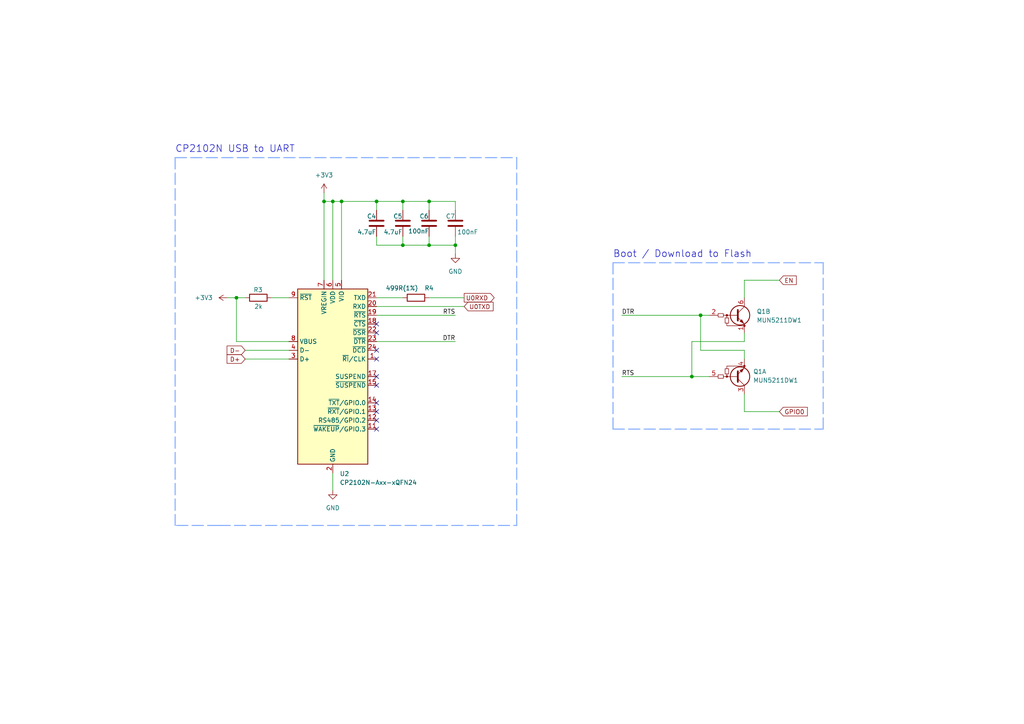
<source format=kicad_sch>
(kicad_sch (version 20211123) (generator eeschema)
  (paper "A4")
  (lib_symbols
    (symbol "Device:C" (pin_numbers hide) (pin_names (offset 0.254))
      (property "Reference" "C" (at 0.635 2.54 0))
      (property "Value" "C" (at 0.635 -2.54 0))
      (symbol "C_0_1"
        (polyline (pts (xy -2.032 -0.762) (xy 2.032 -0.762)) (stroke (width 0.508)))
        (polyline (pts (xy -2.032 0.762) (xy 2.032 0.762)) (stroke (width 0.508)))
      )
      (symbol "C_1_1"
        (pin passive line (at 0 3.81 270) (length 2.794) (name "~") (number "1"))
        (pin passive line (at 0 -3.81 90) (length 2.794) (name "~") (number "2"))
      )
    )
    (symbol "Device:R" (pin_numbers hide) (pin_names (offset 0))
      (property "Reference" "R" (at 2.032 0 90))
      (property "Value" "R" (at 0 0 90))
      (symbol "R_0_1"
        (rectangle (start -1.016 -2.54) (end 1.016 2.54) (stroke (width 0.254)))
      )
      (symbol "R_1_1"
        (pin passive line (at 0 3.81 270) (length 1.27) (name "~") (number "1"))
        (pin passive line (at 0 -3.81 90) (length 1.27) (name "~") (number "2"))
      )
    )
    (symbol "Interface_USB:CP2102N-Axx-xQFN24"
      (property "Reference" "U" (at -8.89 26.67 0))
      (property "Value" "CP2102N-Axx-xQFN24" (at 13.97 26.67 0))
      (symbol "CP2102N-Axx-xQFN24_0_1"
        (rectangle (start -10.16 25.4) (end 10.16 -25.4) (stroke (width 0.254)) (fill (type background)))
      )
      (symbol "CP2102N-Axx-xQFN24_1_1"
        (pin bidirectional line (at 12.7 5.08 180) (length 2.54) (name "~{RI}/CLK") (number "1"))
        (pin no_connect line (at -10.16 -22.86 0) (length 2.54) hide (name "NC") (number "10"))
        (pin bidirectional line (at 12.7 -15.24 180) (length 2.54) (name "~{WAKEUP}/GPIO.3") (number "11"))
        (pin bidirectional line (at 12.7 -12.7 180) (length 2.54) (name "RS485/GPIO.2") (number "12"))
        (pin bidirectional line (at 12.7 -10.16 180) (length 2.54) (name "~{RXT}/GPIO.1") (number "13"))
        (pin bidirectional line (at 12.7 -7.62 180) (length 2.54) (name "~{TXT}/GPIO.0") (number "14"))
        (pin output line (at 12.7 -2.54 180) (length 2.54) (name "~{SUSPEND}") (number "15"))
        (pin no_connect line (at 10.16 -22.86 180) (length 2.54) hide (name "NC") (number "16"))
        (pin output line (at 12.7 0 180) (length 2.54) (name "SUSPEND") (number "17"))
        (pin input line (at 12.7 15.24 180) (length 2.54) (name "~{CTS}") (number "18"))
        (pin output line (at 12.7 17.78 180) (length 2.54) (name "~{RTS}") (number "19"))
        (pin power_in line (at 0 -27.94 90) (length 2.54) (name "GND") (number "2"))
        (pin input line (at 12.7 20.32 180) (length 2.54) (name "RXD") (number "20"))
        (pin output line (at 12.7 22.86 180) (length 2.54) (name "TXD") (number "21"))
        (pin input line (at 12.7 12.7 180) (length 2.54) (name "~{DSR}") (number "22"))
        (pin output line (at 12.7 10.16 180) (length 2.54) (name "~{DTR}") (number "23"))
        (pin input line (at 12.7 7.62 180) (length 2.54) (name "~{DCD}") (number "24"))
        (pin passive line (at 0 -27.94 90) (length 2.54) hide (name "GND") (number "25"))
        (pin bidirectional line (at -12.7 5.08 0) (length 2.54) (name "D+") (number "3"))
        (pin bidirectional line (at -12.7 7.62 0) (length 2.54) (name "D-") (number "4"))
        (pin power_in line (at 2.54 27.94 270) (length 2.54) (name "VIO") (number "5"))
        (pin power_in line (at 0 27.94 270) (length 2.54) (name "VDD") (number "6"))
        (pin power_in line (at -2.54 27.94 270) (length 2.54) (name "VREGIN") (number "7"))
        (pin input line (at -12.7 10.16 0) (length 2.54) (name "VBUS") (number "8"))
        (pin input line (at -12.7 22.86 0) (length 2.54) (name "~{RST}") (number "9"))
      )
    )
    (symbol "Transistor_BJT:MUN5211DW1" (pin_names hide)
      (property "Reference" "Q" (at 3.81 1.27 0))
      (property "Value" "MUN5211DW1" (at 3.81 -1.27 0))
      (symbol "MUN5211DW1_0_1"
        (rectangle (start -6.35 0.508) (end -4.826 -0.508))
        (rectangle (start -4.318 -2.286) (end -3.302 -0.762))
        (circle (center -3.81 0) (radius 0.254) (fill (type outline)))
        (polyline (pts (xy -3.81 -0.762) (xy -3.81 0)))
        (polyline (pts (xy -0.762 0) (xy -4.826 0)))
        (polyline (pts (xy -0.635 1.524) (xy -0.635 -1.524)) (stroke (width 0.508)))
        (polyline (pts (xy -3.81 -2.286) (xy -3.81 -3.048) (xy 1.27 -3.048)))
        (circle (center 1.27 -3.048) (radius 0.254) (fill (type outline)))
      )
      (symbol "MUN5211DW1_1_1"
        (polyline (pts (xy -0.635 0.635) (xy 1.27 2.54)))
        (polyline (pts (xy -0.635 -0.635) (xy 1.27 -2.54) (xy 1.27 -2.54)))
        (polyline (pts (xy 0 -1.778) (xy 0.508 -1.27) (xy 1.016 -2.286) (xy 0 -1.778) (xy 0 -1.778)) (fill (type outline)))
        (circle (center 0 0) (radius 2.8194) (stroke (width 0.254)))
        (pin passive line (at 1.27 5.08 270) (length 2.54) (name "C1") (number "3"))
        (pin passive line (at 1.27 -5.08 90) (length 2.54) (name "E1") (number "4"))
        (pin input line (at -8.89 0 0) (length 2.54) (name "B1") (number "5"))
      )
      (symbol "MUN5211DW1_2_1"
        (polyline (pts (xy -0.635 0.635) (xy 1.27 2.54)))
        (polyline (pts (xy -0.635 -0.635) (xy 1.27 -2.54) (xy 1.27 -2.54)))
        (polyline (pts (xy 0 -1.778) (xy 0.508 -1.27) (xy 1.016 -2.286) (xy 0 -1.778) (xy 0 -1.778)) (fill (type outline)))
        (circle (center 0 0) (radius 2.8194) (stroke (width 0.254)))
        (pin passive line (at 1.27 -5.08 90) (length 2.54) (name "E2") (number "1"))
        (pin input line (at -8.89 0 0) (length 2.54) (name "B2") (number "2"))
        (pin passive line (at 1.27 5.08 270) (length 2.54) (name "C2") (number "6"))
      )
    )
    (symbol "power:+3.3V" (power) (pin_names (offset 0))
      (property "Value" "+3.3V" (at 0 3.556 0))
      (symbol "+3.3V_0_1"
        (polyline (pts (xy -0.762 1.27) (xy 0 2.54)))
        (polyline (pts (xy 0 0) (xy 0 2.54)))
        (polyline (pts (xy 0 2.54) (xy 0.762 1.27)))
      )
      (symbol "+3.3V_1_1"
        (pin power_in line (at 0 0 90) (length 0) hide (name "+3V3") (number "1"))
      )
    )
    (symbol "power:GND" (power) (pin_names (offset 0))
      (property "Value" "GND" (at 0 -3.81 0))
      (symbol "GND_0_1"
        (polyline (pts (xy 0 0) (xy 0 -1.27) (xy 1.27 -1.27) (xy 0 -2.54) (xy -1.27 -1.27) (xy 0 -1.27)))
      )
      (symbol "GND_1_1"
        (pin power_in line (at 0 0 270) (length 0) hide (name "GND") (number "1"))
      )
    )
  )
  (junction (at 109.22 58.42))
  (junction (at 200.66 109.22))
  (junction (at 124.46 71.12))
  (junction (at 99.06 58.42))
  (junction (at 116.84 71.12))
  (junction (at 68.58 86.36))
  (junction (at 203.2 91.44))
  (junction (at 116.84 58.42))
  (junction (at 93.98 58.42))
  (junction (at 96.52 58.42))
  (junction (at 124.46 58.42))
  (junction (at 132.08 71.12))
  (no_connect (at 109.22 121.92))
  (no_connect (at 109.22 96.52))
  (no_connect (at 109.22 124.46))
  (no_connect (at 109.22 109.22))
  (no_connect (at 109.22 116.84))
  (no_connect (at 109.22 93.98))
  (no_connect (at 109.22 119.38))
  (no_connect (at 109.22 104.14))
  (no_connect (at 109.22 101.6))
  (no_connect (at 109.22 111.76))
  (wire (pts (xy 109.22 91.44) (xy 132.08 91.44)))
  (wire (pts (xy 116.84 68.58) (xy 116.84 71.12)))
  (wire (pts (xy 116.84 58.42) (xy 116.84 60.96)))
  (wire (pts (xy 109.22 58.42) (xy 116.84 58.42)))
  (wire (pts (xy 215.9 119.38) (xy 215.9 114.3)))
  (wire (pts (xy 93.98 81.28) (xy 93.98 58.42)))
  (polyline (pts (xy 63.5 152.4) (xy 149.86 152.4)) (stroke (width 0.3) (color 131 172 255 1)))
  (polyline (pts (xy 238.76 76.2) (xy 238.76 124.46)) (stroke (width 0.3) (color 131 172 255 1)))
  (wire (pts (xy 124.46 68.58) (xy 124.46 71.12)))
  (wire (pts (xy 200.66 109.22) (xy 205.74 109.22)))
  (wire (pts (xy 71.12 104.14) (xy 83.82 104.14)))
  (wire (pts (xy 215.9 101.6) (xy 203.2 101.6)))
  (polyline (pts (xy 63.5 152.4) (xy 50.8 152.4)) (stroke (width 0.3) (color 131 172 255 1)))
  (polyline (pts (xy 50.8 45.72) (xy 50.8 152.4)) (stroke (width 0.3) (color 131 172 255 1)))
  (wire (pts (xy 96.52 81.28) (xy 96.52 58.42)))
  (polyline (pts (xy 177.8 124.46) (xy 238.76 124.46)) (stroke (width 0.3) (color 131 172 255 1)))
  (wire (pts (xy 93.98 58.42) (xy 96.52 58.42)))
  (wire (pts (xy 215.9 81.28) (xy 215.9 86.36)))
  (wire (pts (xy 109.22 60.96) (xy 109.22 58.42)))
  (wire (pts (xy 109.22 68.58) (xy 109.22 71.12)))
  (wire (pts (xy 132.08 71.12) (xy 132.08 68.58)))
  (wire (pts (xy 93.98 55.88) (xy 93.98 58.42)))
  (wire (pts (xy 99.06 58.42) (xy 99.06 81.28)))
  (wire (pts (xy 203.2 91.44) (xy 205.74 91.44)))
  (wire (pts (xy 132.08 58.42) (xy 132.08 60.96)))
  (wire (pts (xy 78.74 86.36) (xy 83.82 86.36)))
  (wire (pts (xy 132.08 73.66) (xy 132.08 71.12)))
  (wire (pts (xy 215.9 104.14) (xy 215.9 101.6)))
  (wire (pts (xy 124.46 71.12) (xy 132.08 71.12)))
  (wire (pts (xy 71.12 101.6) (xy 83.82 101.6)))
  (wire (pts (xy 68.58 86.36) (xy 71.12 86.36)))
  (wire (pts (xy 180.34 91.44) (xy 203.2 91.44)))
  (wire (pts (xy 124.46 86.36) (xy 134.62 86.36)))
  (wire (pts (xy 200.66 99.06) (xy 200.66 109.22)))
  (wire (pts (xy 96.52 58.42) (xy 99.06 58.42)))
  (wire (pts (xy 116.84 71.12) (xy 124.46 71.12)))
  (wire (pts (xy 180.34 109.22) (xy 200.66 109.22)))
  (polyline (pts (xy 177.8 76.2) (xy 238.76 76.2)) (stroke (width 0.3) (color 131 172 255 1)))
  (wire (pts (xy 109.22 99.06) (xy 132.08 99.06)))
  (wire (pts (xy 109.22 88.9) (xy 134.62 88.9)))
  (wire (pts (xy 68.58 99.06) (xy 83.82 99.06)))
  (wire (pts (xy 215.9 99.06) (xy 200.66 99.06)))
  (wire (pts (xy 109.22 86.36) (xy 116.84 86.36)))
  (wire (pts (xy 124.46 58.42) (xy 124.46 60.96)))
  (wire (pts (xy 109.22 71.12) (xy 116.84 71.12)))
  (polyline (pts (xy 177.8 76.2) (xy 177.8 124.46)) (stroke (width 0.3) (color 131 172 255 1)))
  (wire (pts (xy 215.9 96.52) (xy 215.9 99.06)))
  (wire (pts (xy 66.04 86.36) (xy 68.58 86.36)))
  (wire (pts (xy 116.84 58.42) (xy 124.46 58.42)))
  (wire (pts (xy 226.06 81.28) (xy 215.9 81.28)))
  (wire (pts (xy 109.22 58.42) (xy 99.06 58.42)))
  (polyline (pts (xy 149.86 45.72) (xy 149.86 152.4)) (stroke (width 0.3) (color 131 172 255 1)))
  (wire (pts (xy 203.2 101.6) (xy 203.2 91.44)))
  (wire (pts (xy 96.52 142.24) (xy 96.52 137.16)))
  (polyline (pts (xy 50.8 45.72) (xy 149.86 45.72)) (stroke (width 0.3) (color 131 172 255 1)))
  (wire (pts (xy 68.58 86.36) (xy 68.58 99.06)))
  (wire (pts (xy 226.06 119.38) (xy 215.9 119.38)))
  (wire (pts (xy 124.46 58.42) (xy 132.08 58.42)))
  (text "CP2102N USB to UART\n" (at 50.8 44.45 0) (effects (font (size 2 2)) (justify left bottom)))
  (text "Boot / Download to Flash " (at 177.8 74.93 0) (effects (font (size 2 2)) (justify left bottom)))
  (label "DTR" (at 180.34 91.44 0))
  (label "RTS" (at 180.34 109.22 0))
  (label "DTR" (at 132.08 99.06 180))
  (label "RTS" (at 132.08 91.44 180))
  (global_label "EN" (shape input) (at 226.06 81.28 0) (property "Intersheet References" "${INTERSHEET_REFS}" (effects hide)))
  (global_label "GPIO0" (shape input) (at 226.06 119.38 0) (property "Intersheet References" "${INTERSHEET_REFS}" (effects hide)))
  (global_label "U0TXD" (shape input) (at 134.62 88.9 0) (property "Intersheet References" "${INTERSHEET_REFS}" (effects hide)))
  (global_label "D+" (shape input) (at 71.12 104.14 180) (property "Intersheet References" "${INTERSHEET_REFS}" (effects hide)))
  (global_label "D-" (shape input) (at 71.12 101.6 180) (property "Intersheet References" "${INTERSHEET_REFS}" (effects hide)))
  (global_label "U0RXD" (shape output) (at 134.62 86.36 0) (property "Intersheet References" "${INTERSHEET_REFS}" (effects hide)))
  (symbol (lib_id "Device:R") (at 74.93 86.36 90) (unit 1)
    (property "Reference" "R3" (at 76.2 84.074 90) (effects (justify left)))
    (property "Value" "2k" (at 76.2 88.9 90) (effects (justify left)))
    (property "Footprint" "Resistor_SMD:R_0402_1005Metric" (effects hide))
  )
  (symbol (lib_id "power:GND") (at 96.52 142.24 0) (unit 1)
    (property "Reference" "#PWR0131" (effects hide))
    (property "Value" "GND" (at 96.52 147.32 0))
  )
  (symbol (lib_id "power:+3.3V") (at 66.04 86.36 90) (unit 1)
    (property "Reference" "#PWR0125" (effects hide))
    (property "Value" "+3.3V" (at 61.722 86.3599 90) (effects (justify left)))
  )
  (symbol (lib_id "Device:R") (at 120.65 86.36 90) (unit 1)
    (property "Reference" "R4" (at 124.46 83.566 90))
    (property "Value" "499R(1%)" (at 116.586 83.566 90))
    (property "Footprint" "Resistor_SMD:R_0402_1005Metric" (effects hide))
  )
  (symbol (lib_id "power:GND") (at 132.08 73.66 0) (unit 1)
    (property "Reference" "#PWR0106" (effects hide))
    (property "Value" "GND" (at 132.08 78.74 0))
  )
  (symbol (lib_id "power:+3.3V") (at 93.98 55.88 0) (unit 1)
    (property "Reference" "#PWR0127" (effects hide))
    (property "Value" "+3.3V" (at 93.98 50.8 0))
  )
  (symbol (lib_id "Device:C") (at 132.08 64.77 0) (unit 1)
    (property "Reference" "C7" (at 129.286 62.738 0) (effects (justify left)))
    (property "Value" "100nF" (at 132.588 67.31 0) (effects (justify left)))
    (property "Footprint" "Capacitor_SMD:C_0402_1005Metric" (effects hide))
  )
  (symbol (lib_id "Device:C") (at 109.22 64.77 0) (unit 1)
    (property "Reference" "C4" (at 106.426 62.738 0) (effects (justify left)))
    (property "Value" "4.7uF" (at 103.632 67.31 0) (effects (justify left)))
    (property "Footprint" "Capacitor_SMD:C_0402_1005Metric" (effects hide))
  )
  (symbol (lib_id "Interface_USB:CP2102N-Axx-xQFN24") (at 96.52 109.22 0) (unit 1)
    (property "Reference" "U2" (at 98.5394 137.414 0) (effects (justify left)))
    (property "Value" "CP2102N-Axx-xQFN24" (at 98.5394 139.954 0) (effects (justify left)))
    (property "Footprint" "Package_DFN_QFN:QFN-24-1EP_4x4mm_P0.5mm_EP2.6x2.6mm" (effects hide))
    (property "Datasheet" "https://www.silabs.com/documents/public/data-sheets/cp2102n-datasheet.pdf" (effects hide))
  )
  (symbol (lib_id "Transistor_BJT:MUN5211DW1") (at 214.63 91.44 0) (unit 2)
    (property "Reference" "Q1" (at 219.456 90.3477 0) (effects (justify left)))
    (property "Value" "MUN5211DW1" (at 219.456 92.8877 0) (effects (justify left)))
    (property "Footprint" "Package_TO_SOT_SMD:SOT-363_SC-70-6" (effects hide))
    (property "Datasheet" "http://www.onsemi.com/pub/Collateral/DTC114ED-D.PDF" (effects hide))
  )
  (symbol (lib_id "Device:C") (at 116.84 64.77 0) (unit 1)
    (property "Reference" "C5" (at 114.046 62.738 0) (effects (justify left)))
    (property "Value" "4.7uF" (at 111.252 67.31 0) (effects (justify left)))
    (property "Footprint" "Capacitor_SMD:C_0402_1005Metric" (effects hide))
  )
  (symbol (lib_id "Device:C") (at 124.46 64.77 0) (unit 1)
    (property "Reference" "C6" (at 121.666 62.738 0) (effects (justify left)))
    (property "Value" "100nF" (at 118.364 67.056 0) (effects (justify left)))
    (property "Footprint" "Capacitor_SMD:C_0402_1005Metric" (effects hide))
  )
  (symbol (lib_id "Transistor_BJT:MUN5211DW1") (at 214.63 109.22 0) (mirror x) (unit 1)
    (property "Reference" "Q1" (at 218.44 107.7721 0) (effects (justify left)))
    (property "Value" "MUN5211DW1" (at 218.44 110.3121 0) (effects (justify left)))
    (property "Footprint" "Package_TO_SOT_SMD:SOT-363_SC-70-6" (effects hide))
    (property "Datasheet" "http://www.onsemi.com/pub/Collateral/DTC114ED-D.PDF" (effects hide))
  )
)
</source>
